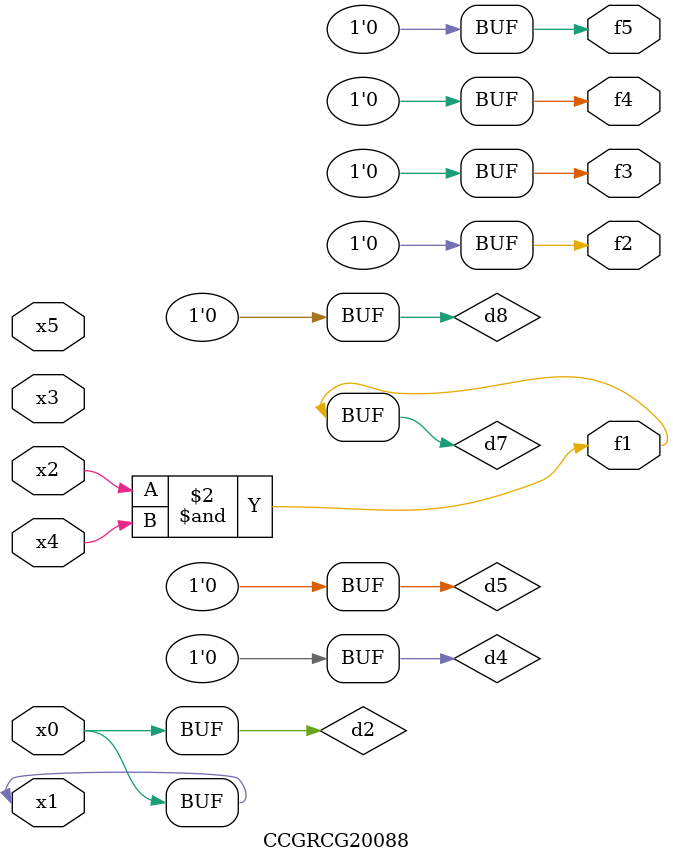
<source format=v>
module CCGRCG20088(
	input x0, x1, x2, x3, x4, x5,
	output f1, f2, f3, f4, f5
);

	wire d1, d2, d3, d4, d5, d6, d7, d8, d9;

	nand (d1, x1);
	buf (d2, x0, x1);
	nand (d3, x2, x4);
	and (d4, d1, d2);
	and (d5, d1, d2);
	nand (d6, d1, d3);
	not (d7, d3);
	xor (d8, d5);
	nor (d9, d5, d6);
	assign f1 = d7;
	assign f2 = d8;
	assign f3 = d8;
	assign f4 = d8;
	assign f5 = d8;
endmodule

</source>
